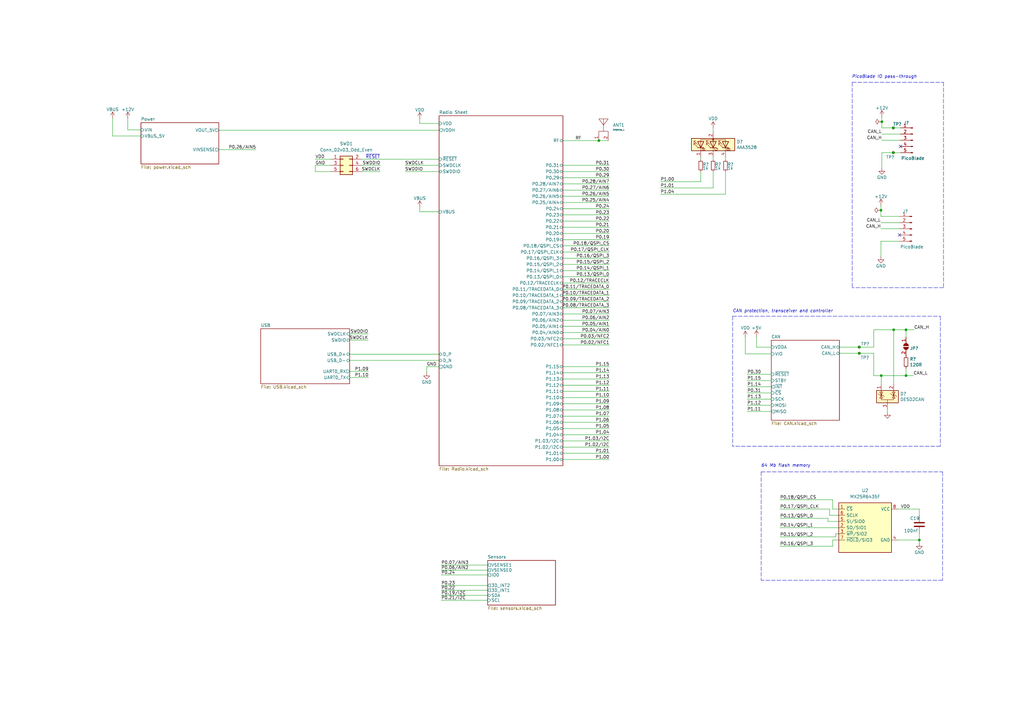
<source format=kicad_sch>
(kicad_sch (version 20211123) (generator eeschema)
  (paper "A3")
  (title_block (title "Spirit Logger") (date "2023-01-23") (rev "0") (company "Specialized Europe GmbH"))
  (lib_symbols
    (symbol "Connector:Conn_01x05_Male" (pin_names (offset 1.016) hide)
      (property "Reference" "J" (at 0 7.62 0))
      (property "Value" "Conn_01x05_Male" (at 0 -7.62 0))
      (symbol "Conn_01x05_Male_1_1"
        (polyline (pts (xy 1.27 -5.08) (xy 0.8636 -5.08)) (stroke (width 0.1524)))
        (polyline (pts (xy 1.27 -2.54) (xy 0.8636 -2.54)) (stroke (width 0.1524)))
        (polyline (pts (xy 1.27 0) (xy 0.8636 0)) (stroke (width 0.1524)))
        (polyline (pts (xy 1.27 2.54) (xy 0.8636 2.54)) (stroke (width 0.1524)))
        (polyline (pts (xy 1.27 5.08) (xy 0.8636 5.08)) (stroke (width 0.1524)))
        (rectangle (start 0.8636 -4.953) (end 0 -5.207) (stroke (width 0.1524)) (fill (type outline)))
        (rectangle (start 0.8636 -2.413) (end 0 -2.667) (stroke (width 0.1524)) (fill (type outline)))
        (rectangle (start 0.8636 0.127) (end 0 -0.127) (stroke (width 0.1524)) (fill (type outline)))
        (rectangle (start 0.8636 2.667) (end 0 2.413) (stroke (width 0.1524)) (fill (type outline)))
        (rectangle (start 0.8636 5.207) (end 0 4.953) (stroke (width 0.1524)) (fill (type outline)))
        (pin passive line (at 5.08 5.08 180) (length 3.81) (name "Pin_1") (number "1"))
        (pin passive line (at 5.08 2.54 180) (length 3.81) (name "Pin_2") (number "2"))
        (pin passive line (at 5.08 0 180) (length 3.81) (name "Pin_3") (number "3"))
        (pin passive line (at 5.08 -2.54 180) (length 3.81) (name "Pin_4") (number "4"))
        (pin passive line (at 5.08 -5.08 180) (length 3.81) (name "Pin_5") (number "5"))
      )
    )
    (symbol "Connector:TestPoint_Small" (pin_numbers hide) (pin_names (offset 0.762) hide)
      (property "Reference" "TP" (at 0 3.81 0))
      (property "Value" "TestPoint_Small" (at 0 2.032 0))
      (symbol "TestPoint_Small_0_1"
        (circle (center 0 0) (radius 0.508))
      )
      (symbol "TestPoint_Small_1_1"
        (pin passive line (at 0 0 90) (length 0) (name "1") (number "1"))
      )
    )
    (symbol "Connector_Generic:Conn_02x03_Odd_Even" (pin_names (offset 1.016) hide)
      (property "Reference" "J" (at 1.27 5.08 0))
      (property "Value" "Conn_02x03_Odd_Even" (at 1.27 -5.08 0))
      (symbol "Conn_02x03_Odd_Even_1_1"
        (rectangle (start -1.27 -2.413) (end 0 -2.667) (stroke (width 0.1524)))
        (rectangle (start -1.27 0.127) (end 0 -0.127) (stroke (width 0.1524)))
        (rectangle (start -1.27 2.667) (end 0 2.413) (stroke (width 0.1524)))
        (rectangle (start -1.27 3.81) (end 3.81 -3.81) (stroke (width 0.254)) (fill (type background)))
        (rectangle (start 3.81 -2.413) (end 2.54 -2.667) (stroke (width 0.1524)))
        (rectangle (start 3.81 0.127) (end 2.54 -0.127) (stroke (width 0.1524)))
        (rectangle (start 3.81 2.667) (end 2.54 2.413) (stroke (width 0.1524)))
        (pin passive line (at -5.08 2.54 0) (length 3.81) (name "Pin_1") (number "1"))
        (pin passive line (at 7.62 2.54 180) (length 3.81) (name "Pin_2") (number "2"))
        (pin passive line (at -5.08 0 0) (length 3.81) (name "Pin_3") (number "3"))
        (pin passive line (at 7.62 0 180) (length 3.81) (name "Pin_4") (number "4"))
        (pin passive line (at -5.08 -2.54 0) (length 3.81) (name "Pin_5") (number "5"))
        (pin passive line (at 7.62 -2.54 180) (length 3.81) (name "Pin_6") (number "6"))
      )
    )
    (symbol "Device:C" (pin_numbers hide) (pin_names (offset 0.254))
      (property "Reference" "C" (at 0.635 2.54 0))
      (property "Value" "C" (at 0.635 -2.54 0))
      (symbol "C_0_1"
        (polyline (pts (xy -2.032 -0.762) (xy 2.032 -0.762)) (stroke (width 0.508)))
        (polyline (pts (xy -2.032 0.762) (xy 2.032 0.762)) (stroke (width 0.508)))
      )
      (symbol "C_1_1"
        (pin passive line (at 0 3.81 270) (length 2.794) (name "~") (number "1"))
        (pin passive line (at 0 -3.81 90) (length 2.794) (name "~") (number "2"))
      )
    )
    (symbol "Device:R_Small" (pin_numbers hide) (pin_names (offset 0.254) hide)
      (property "Reference" "R" (at 0.762 0.508 0))
      (property "Value" "R_Small" (at 0.762 -1.016 0))
      (symbol "R_Small_0_1"
        (rectangle (start -0.762 1.778) (end 0.762 -1.778) (stroke (width 0.2032)))
      )
      (symbol "R_Small_1_1"
        (pin passive line (at 0 2.54 270) (length 0.762) (name "~") (number "1"))
        (pin passive line (at 0 -2.54 90) (length 0.762) (name "~") (number "2"))
      )
    )
    (symbol "Jumper:SolderJumper_2_Open" (pin_names (offset 0) hide)
      (property "Reference" "JP" (at 0 2.032 0))
      (property "Value" "SolderJumper_2_Open" (at 0 -2.54 0))
      (symbol "SolderJumper_2_Open_0_1"
        (arc (start -0.254 1.016) (mid -1.27 0) (end -0.254 -1.016))
        (arc (start -0.254 1.016) (mid -1.27 0) (end -0.254 -1.016) (fill (type outline)))
        (polyline (pts (xy -0.254 1.016) (xy -0.254 -1.016)))
        (polyline (pts (xy 0.254 1.016) (xy 0.254 -1.016)))
        (arc (start 0.254 -1.016) (mid 1.27 0) (end 0.254 1.016))
        (arc (start 0.254 -1.016) (mid 1.27 0) (end 0.254 1.016) (fill (type outline)))
      )
      (symbol "SolderJumper_2_Open_1_1"
        (pin passive line (at -3.81 0 0) (length 2.54) (name "A") (number "1"))
        (pin passive line (at 3.81 0 180) (length 2.54) (name "B") (number "2"))
      )
    )
    (symbol "LED:APFA3010" (pin_names (offset 0) hide)
      (property "Reference" "D" (at 0 10.16 0))
      (property "Value" "APFA3010" (at 0 -10.16 0))
      (symbol "APFA3010_0_0"
        (text "B" (at -1.905 -6.35 0) (effects (font (size 1.27 1.27))))
        (text "G" (at -1.905 -1.27 0) (effects (font (size 1.27 1.27))))
        (text "R" (at -1.905 3.81 0) (effects (font (size 1.27 1.27))))
      )
      (symbol "APFA3010_0_1"
        (rectangle (start -2.54 -8.89) (end 2.54 8.89) (stroke (width 0.254)) (fill (type background)))
        (polyline (pts (xy -2.54 -5.08) (xy 1.27 -5.08)))
        (polyline (pts (xy -1.27 -3.81) (xy -1.27 -6.35)) (stroke (width 0.254)))
        (polyline (pts (xy -1.27 1.27) (xy -1.27 -1.27)) (stroke (width 0.254)))
        (polyline (pts (xy -1.27 6.35) (xy -1.27 3.81)) (stroke (width 0.254)))
        (polyline (pts (xy 1.27 5.08) (xy -2.54 5.08)))
        (polyline (pts (xy 2.54 0) (xy -2.54 0)))
        (polyline (pts (xy 1.27 -5.08) (xy 2.032 -5.08) (xy 2.032 5.08) (xy 1.27 5.08)))
        (polyline (pts (xy 1.27 -3.81) (xy 1.27 -6.35) (xy -1.27 -5.08) (xy 1.27 -3.81)) (stroke (width 0.254)))
        (polyline (pts (xy 1.27 1.27) (xy 1.27 -1.27) (xy -1.27 0) (xy 1.27 1.27)) (stroke (width 0.254)))
        (polyline (pts (xy 1.27 6.35) (xy 1.27 3.81) (xy -1.27 5.08) (xy 1.27 6.35)) (stroke (width 0.254)))
        (polyline (pts (xy -1.016 -3.81) (xy 0.508 -2.286) (xy -0.254 -2.286) (xy 0.508 -2.286) (xy 0.508 -3.048)))
        (polyline (pts (xy -1.016 1.27) (xy 0.508 2.794) (xy -0.254 2.794) (xy 0.508 2.794) (xy 0.508 2.032)))
        (polyline (pts (xy -1.016 6.35) (xy 0.508 7.874) (xy -0.254 7.874) (xy 0.508 7.874) (xy 0.508 7.112)))
        (polyline (pts (xy 0 -3.81) (xy 1.524 -2.286) (xy 0.762 -2.286) (xy 1.524 -2.286) (xy 1.524 -3.048)))
        (polyline (pts (xy 0 1.27) (xy 1.524 2.794) (xy 0.762 2.794) (xy 1.524 2.794) (xy 1.524 2.032)))
        (polyline (pts (xy 0 6.35) (xy 1.524 7.874) (xy 0.762 7.874) (xy 1.524 7.874) (xy 1.524 7.112)))
        (rectangle (start 1.27 6.35) (end 1.27 6.35))
        (circle (center 2.032 0) (radius 0.254) (fill (type outline)))
      )
      (symbol "APFA3010_1_1"
        (pin input line (at -5.08 5.08 0) (length 2.54) (name "R") (number "1"))
        (pin power_in line (at 5.08 0 180) (length 2.54) (name "A") (number "2"))
        (pin input line (at -5.08 0 0) (length 2.54) (name "G") (number "3"))
        (pin input line (at -5.08 -5.08 0) (length 2.54) (name "B") (number "4"))
      )
    )
    (symbol "MCU_Nordic_Custom:Antenna_L"
      (property "Reference" "ANT" (at 4.445 -1.27 0))
      (property "Value" "Antenna_L" (at 0 7.62 0))
      (symbol "Antenna_L_0_1"
        (polyline (pts (xy 1.905 0) (xy 1.905 1.27) (xy -1.905 1.27) (xy -1.905 0) (xy -1.905 1.27) (xy 0 1.27) (xy 0 3.81) (xy -1.905 6.35) (xy 1.905 6.35) (xy 0 3.81) (xy 0 6.35)) (stroke (width 0.1524)))
      )
      (symbol "Antenna_L_1_1"
        (pin input line (at -1.905 -2.54 90) (length 2.54) (name "") (number "1"))
        (pin free line (at 1.905 -2.54 90) (length 2.54) (name "") (number "2"))
      )
    )
    (symbol "MCU_Nordic_Custom:MX25R6435F"
      (property "Reference" "U" (at -8.89 8.89 0))
      (property "Value" "MX25R6435F" (at 0 -11.43 0))
      (symbol "MX25R6435F_1_1"
        (rectangle (start -11.43 7.62) (end 10.16 -12.7) (stroke (width 0.254)) (fill (type background)))
        (pin input line (at -11.43 5.08 0) (length 2.54) (name "~{CS}") (number "1"))
        (pin bidirectional line (at -11.43 -2.54 0) (length 2.54) (name "SO/SIO1") (number "2"))
        (pin bidirectional line (at -11.43 -5.08 0) (length 2.54) (name "~{WP}/SIO2") (number "3"))
        (pin power_in line (at 12.7 -7.62 180) (length 2.54) (name "GND") (number "4"))
        (pin bidirectional line (at -11.43 0 0) (length 2.54) (name "SI/SIO0") (number "5"))
        (pin input line (at -11.43 2.54 0) (length 2.54) (name "SCLK") (number "6"))
        (pin bidirectional line (at -11.43 -7.62 0) (length 2.54) (name "~{HOLD}/SIO3") (number "7"))
        (pin power_in line (at 12.7 5.08 180) (length 2.54) (name "VCC") (number "8"))
      )
    )
    (symbol "Power_Protection:NUP2105L" (pin_names hide)
      (property "Reference" "D" (at 5.715 2.54 0))
      (property "Value" "NUP2105L" (at 5.715 0.635 0))
      (symbol "NUP2105L_0_0"
        (pin passive line (at 0 -5.08 90) (length 2.54) (name "A") (number "3"))
      )
      (symbol "NUP2105L_0_1"
        (rectangle (start -4.445 2.54) (end 4.445 -2.54) (stroke (width 0.254)) (fill (type background)))
        (polyline (pts (xy -2.54 2.54) (xy -2.54 0.635)))
        (polyline (pts (xy 0 -1.27) (xy 0 -2.54)))
        (polyline (pts (xy 2.54 2.54) (xy 2.54 0.635)))
        (polyline (pts (xy -3.81 1.27) (xy -3.175 0.635) (xy -1.905 0.635) (xy -1.27 0)))
        (polyline (pts (xy -2.54 0.635) (xy -2.54 -1.27) (xy 2.54 -1.27) (xy 2.54 0.635)))
        (polyline (pts (xy -2.54 0.635) (xy -1.905 -0.635) (xy -3.175 -0.635) (xy -2.54 0.635)))
        (polyline (pts (xy 2.54 0.635) (xy 1.905 -0.635) (xy 3.175 -0.635) (xy 2.54 0.635)))
        (polyline (pts (xy 2.54 0.635) (xy 3.175 1.905) (xy 1.905 1.905) (xy 2.54 0.635)))
        (polyline (pts (xy -2.54 0.635) (xy -3.175 1.905) (xy -1.905 1.905) (xy -2.54 0.635) (xy -2.54 1.27)))
        (polyline (pts (xy 1.27 1.27) (xy 1.905 0.635) (xy 2.54 0.635) (xy 3.175 0.635) (xy 3.81 0)))
      )
      (symbol "NUP2105L_1_1"
        (pin passive line (at -2.54 5.08 270) (length 2.54) (name "K") (number "1"))
        (pin passive line (at 2.54 5.08 270) (length 2.54) (name "K") (number "2"))
      )
    )
    (symbol "VDD_1" (power) (pin_names (offset 0))
      (property "Value" "VDD_1" (at 0 3.81 0))
      (symbol "VDD_1_0_1"
        (polyline (pts (xy -0.762 1.27) (xy 0 2.54)))
        (polyline (pts (xy 0 0) (xy 0 2.54)))
        (polyline (pts (xy 0 2.54) (xy 0.762 1.27)))
      )
      (symbol "VDD_1_1_1"
        (pin power_in line (at 0 0 90) (length 0) hide (name "VDD") (number "1"))
      )
    )
    (symbol "power:+12V" (power) (pin_names (offset 0))
      (property "Value" "+12V" (at 0 3.556 0))
      (symbol "+12V_0_1"
        (polyline (pts (xy -0.762 1.27) (xy 0 2.54)))
        (polyline (pts (xy 0 0) (xy 0 2.54)))
        (polyline (pts (xy 0 2.54) (xy 0.762 1.27)))
      )
      (symbol "+12V_1_1"
        (pin power_in line (at 0 0 90) (length 0) hide (name "+12V") (number "1"))
      )
    )
    (symbol "power:+5V" (power) (pin_names (offset 0))
      (property "Value" "+5V" (at 0 3.556 0))
      (symbol "+5V_0_1"
        (polyline (pts (xy -0.762 1.27) (xy 0 2.54)))
        (polyline (pts (xy 0 0) (xy 0 2.54)))
        (polyline (pts (xy 0 2.54) (xy 0.762 1.27)))
      )
      (symbol "+5V_1_1"
        (pin power_in line (at 0 0 90) (length 0) hide (name "+5V") (number "1"))
      )
    )
    (symbol "power:GND" (power) (pin_names (offset 0))
      (property "Value" "GND" (at 0 -3.81 0))
      (symbol "GND_0_1"
        (polyline (pts (xy 0 0) (xy 0 -1.27) (xy 1.27 -1.27) (xy 0 -2.54) (xy -1.27 -1.27) (xy 0 -1.27)))
      )
      (symbol "GND_1_1"
        (pin power_in line (at 0 0 270) (length 0) hide (name "GND") (number "1"))
      )
    )
    (symbol "power:PWR_FLAG" (power) (pin_numbers hide) (pin_names (offset 0) hide)
      (property "Value" "PWR_FLAG" (at 0 3.81 0))
      (symbol "PWR_FLAG_0_0"
        (pin power_out line (at 0 0 90) (length 0) (name "pwr") (number "1"))
      )
      (symbol "PWR_FLAG_0_1"
        (polyline (pts (xy 0 0) (xy 0 1.27) (xy -1.016 1.905) (xy 0 2.54) (xy 1.016 1.905) (xy 0 1.27)))
      )
    )
    (symbol "power:VBUS" (power) (pin_names (offset 0))
      (property "Value" "VBUS" (at 0 3.81 0))
      (symbol "VBUS_0_1"
        (polyline (pts (xy -0.762 1.27) (xy 0 2.54)))
        (polyline (pts (xy 0 0) (xy 0 2.54)))
        (polyline (pts (xy 0 2.54) (xy 0.762 1.27)))
      )
      (symbol "VBUS_1_1"
        (pin power_in line (at 0 0 90) (length 0) hide (name "VBUS") (number "1"))
      )
    )
    (symbol "power:VDD" (power) (pin_names (offset 0))
      (property "Value" "VDD" (at 0 3.81 0))
      (symbol "VDD_0_1"
        (polyline (pts (xy -0.762 1.27) (xy 0 2.54)))
        (polyline (pts (xy 0 0) (xy 0 2.54)))
        (polyline (pts (xy 0 2.54) (xy 0.762 1.27)))
      )
      (symbol "VDD_1_1"
        (pin power_in line (at 0 0 90) (length 0) hide (name "VDD") (number "1"))
      )
    )
  )
  (junction (at 366.522 135.255))
  (junction (at 361.696 49.911))
  (junction (at 361.442 154.051))
  (junction (at 352.425 142.367))
  (junction (at 366.395 62.611))
  (junction (at 245.618 57.658))
  (junction (at 361.315 86.233))
  (junction (at 371.602 135.255))
  (junction (at 352.425 144.907))
  (junction (at 371.602 154.051))
  (junction (at 366.395 52.451))
  (junction (at 377.063 221.488))
  (no_connect (at 368.935 96.393))
  (no_connect (at 369.316 60.071))
  (wire (pts (xy 316.357 156.083) (xy 306.451 156.083)))
  (wire (pts (xy 230.886 103.378) (xy 249.936 103.378)))
  (polyline (pts (xy 385.699 183.007) (xy 300.482 183.007)))
  (wire (pts (xy 175.006 150.368) (xy 175.006 152.908)))
  (wire (pts (xy 358.394 144.907) (xy 358.394 154.051)))
  (wire (pts (xy 361.315 86.233) (xy 361.315 88.773)))
  (polyline (pts (xy 312.166 193.548) (xy 312.166 237.998)))
  (wire (pts (xy 310.261 138.049) (xy 310.261 142.367)))
  (wire (pts (xy 166.116 70.358) (xy 180.086 70.358)))
  (wire (pts (xy 143.4084 136.9568) (xy 151.0284 136.9568)))
  (wire (pts (xy 316.357 158.623) (xy 306.451 158.623)))
  (wire (pts (xy 230.886 165.608) (xy 249.936 165.608)))
  (wire (pts (xy 172.1612 84.8868) (xy 172.1612 86.868)))
  (wire (pts (xy 143.4084 147.828) (xy 180.086 147.828)))
  (polyline (pts (xy 386.588 237.998) (xy 312.166 237.998)))
  (wire (pts (xy 199.9996 244.1956) (xy 180.9496 244.1956)))
  (wire (pts (xy 230.886 150.368) (xy 249.936 150.368)))
  (wire (pts (xy 230.886 155.448) (xy 249.936 155.448)))
  (wire (pts (xy 230.886 178.308) (xy 249.936 178.308)))
  (wire (pts (xy 287.401 65.405) (xy 287.401 64.389)))
  (wire (pts (xy 230.886 85.598) (xy 249.936 85.598)))
  (wire (pts (xy 369.316 62.611) (xy 366.395 62.611)))
  (wire (pts (xy 342.773 218.948) (xy 342.773 220.218)))
  (wire (pts (xy 340.233 211.328) (xy 344.043 211.328)))
  (polyline (pts (xy 386.969 33.782) (xy 386.969 117.983)))
  (wire (pts (xy 135.6868 70.358) (xy 129.3368 70.358)))
  (wire (pts (xy 230.886 116.078) (xy 249.936 116.078)))
  (wire (pts (xy 339.598 212.598) (xy 339.598 213.868)))
  (wire (pts (xy 230.886 128.778) (xy 249.936 128.778)))
  (wire (pts (xy 366.395 52.451) (xy 361.696 52.451)))
  (wire (pts (xy 358.394 154.051) (xy 361.442 154.051)))
  (wire (pts (xy 344.043 218.948) (xy 342.773 218.948)))
  (wire (pts (xy 230.886 93.218) (xy 249.936 93.218)))
  (wire (pts (xy 377.063 208.788) (xy 368.173 208.788)))
  (wire (pts (xy 377.063 221.488) (xy 368.173 221.488)))
  (wire (pts (xy 230.886 188.468) (xy 249.936 188.468)))
  (wire (pts (xy 89.7636 53.3908) (xy 180.086 53.3908)))
  (wire (pts (xy 230.886 168.148) (xy 249.936 168.148)))
  (wire (pts (xy 148.3868 70.358) (xy 156.0068 70.358)))
  (wire (pts (xy 230.886 88.138) (xy 249.936 88.138)))
  (wire (pts (xy 180.9496 231.7496) (xy 199.9996 231.7496)))
  (wire (pts (xy 316.357 161.163) (xy 306.451 161.163)))
  (polyline (pts (xy 300.482 129.667) (xy 385.699 129.667)))
  (wire (pts (xy 319.913 204.978) (xy 341.503 204.978)))
  (wire (pts (xy 270.891 79.629) (xy 297.561 79.629)))
  (wire (pts (xy 199.9996 235.8136) (xy 180.9496 235.8136)))
  (wire (pts (xy 230.886 105.918) (xy 249.936 105.918)))
  (wire (pts (xy 230.886 121.158) (xy 249.936 121.158)))
  (wire (pts (xy 172.1612 86.868) (xy 180.086 86.868)))
  (wire (pts (xy 230.886 141.478) (xy 249.936 141.478)))
  (wire (pts (xy 245.618 57.658) (xy 249.428 57.658)))
  (wire (pts (xy 230.886 110.998) (xy 249.936 110.998)))
  (wire (pts (xy 175.006 150.368) (xy 180.086 150.368)))
  (wire (pts (xy 148.3868 65.278) (xy 180.086 65.278)))
  (wire (pts (xy 199.9996 246.1768) (xy 180.9496 246.1768)))
  (wire (pts (xy 361.315 98.933) (xy 368.935 98.933)))
  (wire (pts (xy 344.297 142.367) (xy 352.425 142.367)))
  (wire (pts (xy 143.4084 139.4968) (xy 151.0284 139.4968)))
  (polyline (pts (xy 349.504 33.782) (xy 349.504 117.983)))
  (wire (pts (xy 230.886 95.758) (xy 249.936 95.758)))
  (wire (pts (xy 339.598 213.868) (xy 344.043 213.868)))
  (wire (pts (xy 319.913 208.788) (xy 340.233 208.788)))
  (wire (pts (xy 52.4256 53.2892) (xy 57.8104 53.2892)))
  (polyline (pts (xy 385.699 129.667) (xy 385.699 183.007)))
  (wire (pts (xy 230.886 138.938) (xy 249.936 138.938)))
  (wire (pts (xy 230.886 108.458) (xy 249.936 108.458)))
  (wire (pts (xy 230.886 173.228) (xy 249.936 173.228)))
  (wire (pts (xy 129.3368 67.818) (xy 135.6868 67.818)))
  (wire (pts (xy 369.316 52.451) (xy 366.395 52.451)))
  (polyline (pts (xy 349.504 33.782) (xy 386.969 33.782)))
  (wire (pts (xy 292.481 65.405) (xy 292.481 64.389)))
  (wire (pts (xy 230.886 185.928) (xy 249.936 185.928)))
  (wire (pts (xy 230.886 57.658) (xy 245.618 57.658)))
  (wire (pts (xy 230.886 131.318) (xy 249.936 131.318)))
  (wire (pts (xy 230.886 70.358) (xy 249.936 70.358)))
  (wire (pts (xy 358.394 142.367) (xy 358.394 135.255)))
  (wire (pts (xy 366.522 135.255) (xy 371.602 135.255)))
  (wire (pts (xy 352.425 144.907) (xy 358.394 144.907)))
  (wire (pts (xy 230.886 67.818) (xy 249.936 67.818)))
  (wire (pts (xy 297.561 65.405) (xy 297.561 64.389)))
  (wire (pts (xy 358.394 135.255) (xy 366.522 135.255)))
  (wire (pts (xy 143.4084 152.3492) (xy 151.1808 152.3492)))
  (wire (pts (xy 341.503 204.978) (xy 341.503 208.788)))
  (wire (pts (xy 316.357 166.243) (xy 306.451 166.243)))
  (wire (pts (xy 230.886 123.698) (xy 249.936 123.698)))
  (polyline (pts (xy 312.166 193.548) (xy 386.588 193.548)))
  (wire (pts (xy 230.886 163.068) (xy 249.936 163.068)))
  (wire (pts (xy 230.886 80.518) (xy 249.936 80.518)))
  (wire (pts (xy 172.1612 48.6664) (xy 172.1612 50.6476)))
  (wire (pts (xy 230.886 118.618) (xy 249.936 118.618)))
  (wire (pts (xy 230.886 170.688) (xy 249.936 170.688)))
  (wire (pts (xy 369.316 57.531) (xy 361.696 57.531)))
  (wire (pts (xy 230.886 160.528) (xy 249.936 160.528)))
  (wire (pts (xy 368.935 91.313) (xy 361.315 91.313)))
  (wire (pts (xy 361.696 49.911) (xy 361.696 52.451)))
  (wire (pts (xy 371.602 151.003) (xy 371.602 154.051)))
  (wire (pts (xy 172.1612 50.6476) (xy 180.086 50.6476)))
  (wire (pts (xy 46.1772 55.7784) (xy 46.1772 48.4632)))
  (wire (pts (xy 361.315 98.933) (xy 361.315 105.283)))
  (wire (pts (xy 287.401 74.549) (xy 287.401 70.485)))
  (wire (pts (xy 371.602 135.255) (xy 374.904 135.255)))
  (wire (pts (xy 292.481 52.451) (xy 292.481 54.229)))
  (wire (pts (xy 319.913 224.028) (xy 341.503 224.028)))
  (wire (pts (xy 230.886 183.388) (xy 249.936 183.388)))
  (wire (pts (xy 366.522 157.607) (xy 366.522 135.255)))
  (wire (pts (xy 230.886 90.678) (xy 249.936 90.678)))
  (wire (pts (xy 377.063 221.488) (xy 377.063 222.758)))
  (wire (pts (xy 361.696 47.879) (xy 361.696 49.911)))
  (polyline (pts (xy 386.969 117.983) (xy 349.504 117.983)))
  (wire (pts (xy 377.063 211.328) (xy 377.063 208.788)))
  (wire (pts (xy 377.063 218.948) (xy 377.063 221.488)))
  (wire (pts (xy 319.913 216.408) (xy 344.043 216.408)))
  (wire (pts (xy 230.886 100.838) (xy 249.936 100.838)))
  (wire (pts (xy 368.935 93.853) (xy 361.315 93.853)))
  (wire (pts (xy 199.9996 233.8324) (xy 180.9496 233.8324)))
  (wire (pts (xy 352.425 142.367) (xy 358.394 142.367)))
  (wire (pts (xy 230.886 180.848) (xy 249.936 180.848)))
  (wire (pts (xy 361.315 84.201) (xy 361.315 86.233)))
  (wire (pts (xy 371.602 138.303) (xy 371.602 135.255)))
  (wire (pts (xy 166.116 67.818) (xy 180.086 67.818)))
  (wire (pts (xy 129.3368 67.818) (xy 129.3368 70.358)))
  (wire (pts (xy 363.982 169.037) (xy 363.982 167.767)))
  (wire (pts (xy 310.261 142.367) (xy 316.357 142.367)))
  (wire (pts (xy 270.891 77.089) (xy 292.481 77.089)))
  (wire (pts (xy 230.886 152.908) (xy 249.936 152.908)))
  (wire (pts (xy 361.442 157.607) (xy 361.442 154.051)))
  (wire (pts (xy 361.442 154.051) (xy 371.602 154.051)))
  (wire (pts (xy 292.481 77.089) (xy 292.481 70.485)))
  (wire (pts (xy 371.602 154.051) (xy 374.65 154.051)))
  (wire (pts (xy 57.8104 55.7784) (xy 46.1772 55.7784)))
  (wire (pts (xy 230.886 75.438) (xy 249.936 75.438)))
  (wire (pts (xy 316.357 153.543) (xy 306.451 153.543)))
  (wire (pts (xy 89.7636 61.3664) (xy 105.0036 61.3664)))
  (wire (pts (xy 230.886 157.988) (xy 249.936 157.988)))
  (wire (pts (xy 230.886 133.858) (xy 249.936 133.858)))
  (wire (pts (xy 344.043 221.488) (xy 341.503 221.488)))
  (wire (pts (xy 230.886 126.238) (xy 249.936 126.238)))
  (wire (pts (xy 199.9996 240.1316) (xy 180.9496 240.1316)))
  (polyline (pts (xy 386.588 193.548) (xy 386.588 237.998)))
  (wire (pts (xy 199.9996 242.1128) (xy 180.9496 242.1128)))
  (wire (pts (xy 341.503 221.488) (xy 341.503 224.028)))
  (wire (pts (xy 340.233 208.788) (xy 340.233 211.328)))
  (wire (pts (xy 148.3868 67.818) (xy 156.0068 67.818)))
  (wire (pts (xy 52.4256 48.514) (xy 52.4256 53.2892)))
  (wire (pts (xy 344.297 144.907) (xy 352.425 144.907)))
  (wire (pts (xy 316.357 163.703) (xy 306.451 163.703)))
  (wire (pts (xy 143.4084 154.8384) (xy 151.1808 154.8384)))
  (wire (pts (xy 341.503 208.788) (xy 344.043 208.788)))
  (wire (pts (xy 361.696 62.611) (xy 361.696 68.961)))
  (wire (pts (xy 230.886 175.768) (xy 249.936 175.768)))
  (wire (pts (xy 305.689 138.303) (xy 305.689 145.161)))
  (polyline (pts (xy 300.482 129.667) (xy 300.482 183.007)))
  (wire (pts (xy 230.886 77.978) (xy 249.936 77.978)))
  (wire (pts (xy 305.689 145.161) (xy 316.357 145.161)))
  (wire (pts (xy 316.357 168.783) (xy 306.451 168.783)))
  (wire (pts (xy 270.891 74.549) (xy 287.401 74.549)))
  (wire (pts (xy 230.886 136.398) (xy 249.936 136.398)))
  (wire (pts (xy 369.316 54.991) (xy 361.696 54.991)))
  (wire (pts (xy 319.913 220.218) (xy 342.773 220.218)))
  (wire (pts (xy 319.913 212.598) (xy 339.598 212.598)))
  (wire (pts (xy 366.395 62.611) (xy 361.696 62.611)))
  (wire (pts (xy 361.315 88.773) (xy 368.935 88.773)))
  (wire (pts (xy 143.4084 145.288) (xy 180.086 145.288)))
  (wire (pts (xy 129.3368 65.278) (xy 135.6868 65.278)))
  (wire (pts (xy 297.561 70.485) (xy 297.561 79.629)))
  (wire (pts (xy 230.886 98.298) (xy 249.936 98.298)))
  (wire (pts (xy 230.886 113.538) (xy 249.936 113.538)))
  (wire (pts (xy 230.886 72.898) (xy 249.936 72.898)))
  (wire (pts (xy 230.886 83.058) (xy 249.936 83.058)))
  (text "CAN protection, transceiver and controller" (at 300.482 128.397 0) (effects (font (size 1.27 1.27) italic) (justify left bottom)))
  (text "PicoBlade IO pass-through" (at 349.377 32.258 0) (effects (font (size 1.27 1.27) italic) (justify left bottom)))
  (text "64 Mb flash memory" (at 312.166 191.77 0) (effects (font (size 1.27 1.27) italic) (justify left bottom)))
  (text "~{RESET}" (at 149.9616 65.2272 0) (effects (font (size 1.27 1.27)) (justify left bottom)))
  (label "RF" (at 235.966 57.658 0))
  (label "P1.06" (at 249.936 173.228 180))
  (label "P1.13" (at 306.451 163.703 0))
  (label "P0.22" (at 249.936 90.678 180))
  (label "P1.00" (at 270.891 74.549 0))
  (label "P0.14{slash}QSPI_1" (at 249.936 110.998 180))
  (label "P1.03{slash}I2C" (at 249.936 180.848 180))
  (label "P0.31" (at 306.451 161.163 0))
  (label "P1.05" (at 249.936 175.768 180))
  (label "P0.11{slash}TRACEDATA_0" (at 249.936 118.618 180))
  (label "VDD" (at 129.3368 65.278 0))
  (label "P0.25{slash}AIN4" (at 249.936 83.058 180))
  (label "P1.14" (at 306.451 158.623 0))
  (label "P1.01" (at 249.936 185.928 180))
  (label "P0.09{slash}TRACEDATA_2" (at 249.936 123.698 180))
  (label "P1.07" (at 249.936 170.688 180))
  (label "P0.19" (at 249.936 98.298 180))
  (label "P0.26{slash}AIN5" (at 249.936 80.518 180))
  (label "P0.18{slash}QSPI_CS" (at 249.936 100.838 180))
  (label "P1.12" (at 249.936 157.988 180))
  (label "P0.23" (at 249.936 88.138 180))
  (label "P0.20" (at 249.936 95.758 180))
  (label "P0.15{slash}QSPI_2" (at 249.936 108.458 180))
  (label "P0.30" (at 306.451 153.543 0))
  (label "P0.17{slash}QSPI_CLK" (at 319.913 208.788 0))
  (label "SWDCLK" (at 156.0068 70.358 180))
  (label "P1.11" (at 306.451 168.783 0))
  (label "P1.10" (at 151.1808 154.8384 180))
  (label "P0.19{slash}I2C" (at 180.9496 244.1956 0))
  (label "P0.16{slash}QSPI_3" (at 319.913 224.028 0))
  (label "P1.10" (at 249.936 163.068 180))
  (label "P0.29" (at 249.936 72.898 180))
  (label "P0.22" (at 180.9496 242.1128 0))
  (label "P0.03{slash}NFC2" (at 249.936 138.938 180))
  (label "P0.24" (at 249.936 85.598 180))
  (label "P1.12" (at 306.451 166.243 0))
  (label "P1.14" (at 249.936 152.908 180))
  (label "P0.26{slash}AIN5" (at 105.0036 61.3664 180))
  (label "P0.30" (at 249.936 70.358 180))
  (label "P0.14{slash}QSPI_1" (at 319.913 216.408 0))
  (label "P0.04{slash}AIN0" (at 249.936 136.398 180))
  (label "P0.17{slash}QSPI_CLK" (at 249.936 103.378 180))
  (label "P0.06{slash}AIN2" (at 249.936 131.318 180))
  (label "P1.11" (at 249.936 160.528 180))
  (label "P1.04" (at 270.891 79.629 0))
  (label "P1.00" (at 249.936 188.468 180))
  (label "P0.21" (at 249.936 93.218 180))
  (label "CAN_L" (at 361.315 91.313 180))
  (label "P0.24" (at 180.9496 235.8136 0))
  (label "SWDCLK" (at 151.0284 139.4968 180))
  (label "P0.08{slash}TRACEDATA_3" (at 249.936 126.238 180))
  (label "GND" (at 129.3368 67.818 0))
  (label "SWDCLK" (at 166.116 67.818 0))
  (label "P1.01" (at 270.891 77.089 0))
  (label "P1.09" (at 249.936 165.608 180))
  (label "SWDDIO" (at 156.0068 67.818 180))
  (label "P0.05{slash}AIN1" (at 249.936 133.858 180))
  (label "P1.08" (at 249.936 168.148 180))
  (label "P0.23" (at 180.9496 240.1316 0))
  (label "P0.02{slash}NFC1" (at 249.936 141.478 180))
  (label "P0.13{slash}QSPI_0" (at 319.913 212.598 0))
  (label "P0.15{slash}QSPI_2" (at 319.913 220.218 0))
  (label "P0.13{slash}QSPI_0" (at 249.936 113.538 180))
  (label "P0.06{slash}AIN2" (at 180.9496 233.8324 0))
  (label "P0.28{slash}AIN7" (at 249.936 75.438 180))
  (label "P1.02{slash}I2C" (at 249.936 183.388 180))
  (label "VDD" (at 373.253 208.788 180))
  (label "P0.07{slash}AIN3" (at 249.936 128.778 180))
  (label "P1.04" (at 249.936 178.308 180))
  (label "SWDDIO" (at 166.116 70.358 0))
  (label "CAN_L" (at 374.65 154.051 0))
  (label "P0.18{slash}QSPI_CS" (at 319.913 204.978 0))
  (label "CAN_H" (at 361.696 57.531 180))
  (label "CAN_L" (at 361.696 54.991 180))
  (label "P0.16{slash}QSPI_3" (at 249.936 105.918 180))
  (label "P1.13" (at 249.936 155.448 180))
  (label "P0.10{slash}TRACEDATA_1" (at 249.936 121.158 180))
  (label "P1.09" (at 151.1808 152.3492 180))
  (label "CAN_H" (at 374.904 135.255 0))
  (label "CAN_H" (at 361.315 93.853 180))
  (label "P0.12{slash}TRACECLK" (at 249.936 116.078 180))
  (label "P0.07{slash}AIN3" (at 180.9496 231.7496 0))
  (label "P0.31" (at 249.936 67.818 180))
  (label "P0.27{slash}AIN6" (at 249.936 77.978 180))
  (label "P1.15" (at 306.451 156.083 0))
  (label "GND" (at 175.006 150.368 0))
  (label "P0.21{slash}I2C" (at 180.9496 246.1768 0))
  (label "SWDDIO" (at 151.0284 136.9568 180))
  (label "P1.15" (at 249.936 150.368 180))
  (symbol (lib_id "power:+12V") (at 361.315 84.201 0) (unit 1)
    (property "Reference" "#PWR?" (effects hide))
    (property "Value" "+12V" (at 361.315 80.6252 0))
  )
  (symbol (lib_id "Connector:Conn_01x05_Male") (at 374.015 93.853 0) (mirror y) (unit 1)
    (property "Reference" "J?" (at 371.2718 86.7156 0))
    (property "Value" "PicoBlade" (at 374.015 101.219 0))
    (property "Footprint" "KiCad/Connector_Molex.pretty:Molex_PicoBlade_53261-0571_1x05-1MP_P1.25mm_Horizontal" (effects hide))
    (property "MFN" "Molex" (effects hide))
    (property "MPN" "53261-0571" (effects hide))
    (property "Vendor" "Digikey" (effects hide))
    (property "SKU" "WM7623CT-ND" (effects hide))
  )
  (symbol (lib_id "Connector:TestPoint_Small") (at 366.395 62.611 180) (unit 1)
    (property "Reference" "TP?" (at 366.8776 64.4652 0) (effects (justify left)))
    (property "Value" "TestPoint" (effects hide))
    (property "Footprint" "tunaf1sh/misc.pretty:TestPoint_Pad_D1.0mm_Tight" (effects hide))
    (property "Config" "nofit" (effects hide))
  )
  (symbol (lib_id "Device:R_Small") (at 287.401 67.945 0) (unit 1)
    (property "Reference" "R?" (at 288.163 67.437 0) (effects (justify left)))
    (property "Value" "1k" (at 288.163 68.961 0) (effects (justify left)))
    (property "Footprint" "KiCad/Resistor_SMD.pretty:R_0402_1005Metric" (effects hide))
    (property "Characteristics" "5%" (effects hide))
  )
  (symbol (lib_id "Connector:Conn_01x05_Male") (at 374.396 57.531 0) (mirror y) (unit 1)
    (property "Reference" "J?" (at 371.6528 50.3936 0))
    (property "Value" "PicoBlade" (at 374.396 64.897 0))
    (property "Footprint" "KiCad/Connector_Molex.pretty:Molex_PicoBlade_53261-0571_1x05-1MP_P1.25mm_Horizontal" (effects hide))
    (property "MFN" "Molex" (effects hide))
    (property "MPN" "53261-0571" (effects hide))
    (property "Vendor" "Digikey" (effects hide))
    (property "SKU" "WM7623CT-ND" (effects hide))
  )
  (symbol (lib_id "power:PWR_FLAG") (at 361.315 86.233 90) (unit 1)
    (property "Reference" "#FLG?" (effects hide))
    (property "Value" "PWR_FLAG" (effects hide))
  )
  (symbol (lib_id "power:+5V") (at 310.261 138.049 0) (unit 1)
    (property "Reference" "#PWR?" (effects hide))
    (property "Value" "+5V" (at 310.261 134.4732 0))
  )
  (symbol (lib_id "Device:C") (at 377.063 215.138 0) (unit 1)
    (property "Reference" "C19" (at 373.253 212.598 0) (effects (justify left)))
    (property "Value" "100nF" (at 370.713 217.678 0) (effects (justify left)))
    (property "Footprint" "MCU_Nordic_Accessory:C_0201" (effects hide))
  )
  (symbol (lib_name "VDD_1") (lib_id "power:VDD") (at 172.1612 48.6664 0) (unit 1)
    (property "Reference" "#PWR?" (effects hide))
    (property "Value" "VDD" (at 172.1612 45.0906 0))
  )
  (symbol (lib_id "power:GND") (at 175.006 152.908 0) (unit 1)
    (property "Reference" "#PWR0107" (effects hide))
    (property "Value" "GND" (at 175.006 156.718 0))
  )
  (symbol (lib_id "Connector:TestPoint_Small") (at 352.425 142.367 0) (unit 1)
    (property "Reference" "TP?" (at 353.06 141.097 0) (effects (justify left)))
    (property "Value" "TestPoint" (effects hide))
    (property "Footprint" "tunaf1sh/misc.pretty:TestPoint_Pad_D1.0mm_Tight" (effects hide))
    (property "Config" "nofit" (effects hide))
  )
  (symbol (lib_id "power:GND") (at 377.063 222.758 0) (unit 1)
    (property "Reference" "#PWR0113" (effects hide))
    (property "Value" "GND" (at 377.063 226.568 0))
  )
  (symbol (lib_id "Jumper:SolderJumper_2_Open") (at 371.602 142.113 90) (mirror x) (unit 1)
    (property "Reference" "JP?" (at 374.904 142.875 90))
    (property "Value" "TERM" (effects hide))
    (property "Footprint" "KiCad/Jumper.pretty:SolderJumper-2_P1.3mm_Open_RoundedPad1.0x1.5mm" (effects hide))
    (property "Config" "nofit" (effects hide))
  )
  (symbol (lib_id "power:+12V") (at 361.696 47.879 0) (unit 1)
    (property "Reference" "#PWR?" (effects hide))
    (property "Value" "+12V" (at 361.696 44.3032 0))
  )
  (symbol (lib_id "power:GND") (at 363.982 169.037 0) (unit 1)
    (property "Reference" "#PWR?" (effects hide))
    (property "Value" "GND" (effects hide))
  )
  (symbol (lib_id "power:+12V") (at 52.4256 48.514 0) (unit 1)
    (property "Reference" "#PWR?" (effects hide))
    (property "Value" "+12V" (at 52.4256 44.9382 0))
  )
  (symbol (lib_id "MCU_Nordic_Custom:MX25R6435F") (at 355.473 213.868 0) (unit 1)
    (property "Reference" "U2" (at 354.838 201.168 0))
    (property "Value" "MX25R6435F" (at 354.838 203.708 0))
    (property "Footprint" "KiCad/Package_SON.pretty:WSON-8-1EP_6x5mm_P1.27mm_EP3.4x4mm" (effects hide))
    (property "Datasheet" "https://www.macronix.com/Lists/Datasheet/Attachments/8868/MX25R6435F,%20Wide%20Range,%2064Mb,%20v1.6.pdf" (effects hide))
    (property "MFN" "Macronix" (effects hide))
    (property "MPN" "MX25R6435FZNIL0" (effects hide))
    (property "Config" "dnf" (effects hide))
    (property "Vendor" "Digikey" (effects hide))
    (property "SKU" "1092-1201-ND" (effects hide))
  )
  (symbol (lib_id "power:GND") (at 361.696 68.961 0) (mirror y) (unit 1)
    (property "Reference" "#PWR?" (effects hide))
    (property "Value" "GND" (at 361.696 72.771 0))
  )
  (symbol (lib_id "Connector_Generic:Conn_02x03_Odd_Even") (at 140.7668 67.818 0) (unit 1)
    (property "Reference" "SWD1" (at 142.0368 58.928 0))
    (property "Value" "Conn_02x03_Odd_Even" (at 142.0368 61.468 0))
    (property "Footprint" "MCU_Nordic_Accessory:TC2030-IDC-NL" (effects hide))
  )
  (symbol (lib_id "power:VBUS") (at 172.1612 84.8868 0) (unit 1)
    (property "Reference" "#PWR?" (effects hide))
    (property "Value" "VBUS" (at 172.1612 81.311 0))
  )
  (symbol (lib_id "Device:R_Small") (at 297.561 67.945 0) (unit 1)
    (property "Reference" "R?" (at 298.323 67.437 0) (effects (justify left)))
    (property "Value" "1k" (at 298.323 68.961 0) (effects (justify left)))
    (property "Footprint" "KiCad/Resistor_SMD.pretty:R_0402_1005Metric" (effects hide))
    (property "Characteristics" "5%" (effects hide))
  )
  (symbol (lib_id "power:VDD") (at 292.481 52.451 0) (unit 1)
    (property "Reference" "#PWR?" (effects hide))
    (property "Value" "VDD" (at 292.481 48.641 0))
  )
  (symbol (lib_id "MCU_Nordic_Custom:Antenna_L") (at 247.523 55.118 0) (unit 1)
    (property "Reference" "ANT1" (at 251.333 51.3079 0) (effects (justify left)))
    (property "Value" "Antenna_L" (at 251.333 53.213 0) (effects (font (size 0.635 0.635)) (justify left)))
    (property "Footprint" "MCU_Nordic_Accessory:ANTENNA_L_2_4GHZ" (effects hide))
  )
  (symbol (lib_id "Device:R_Small") (at 371.602 148.463 0) (unit 1)
    (property "Reference" "R?" (at 373.1006 147.2946 0) (effects (justify left)))
    (property "Value" "120R" (at 373.1006 149.606 0) (effects (justify left)))
    (property "Footprint" "KiCad/Resistor_SMD.pretty:R_0603_1608Metric_Pad1.05x0.95mm_HandSolder" (effects hide))
    (property "Notes" "CAN Termination resistor" (effects hide))
    (property "Characteristics" "1%" (effects hide))
  )
  (symbol (lib_id "Connector:TestPoint_Small") (at 352.425 144.907 180) (unit 1)
    (property "Reference" "TP?" (at 356.489 146.685 0) (effects (justify left)))
    (property "Value" "TestPoint" (effects hide))
    (property "Footprint" "tunaf1sh/misc.pretty:TestPoint_Pad_D1.0mm_Tight" (effects hide))
    (property "Config" "nofit" (effects hide))
  )
  (symbol (lib_id "Device:R_Small") (at 292.481 67.945 0) (unit 1)
    (property "Reference" "R?" (at 293.243 67.437 0) (effects (justify left)))
    (property "Value" "1k" (at 293.243 68.961 0) (effects (justify left)))
    (property "Footprint" "KiCad/Resistor_SMD.pretty:R_0402_1005Metric" (effects hide))
    (property "Characteristics" "5%" (effects hide))
  )
  (symbol (lib_id "LED:APFA3010") (at 292.481 59.309 90) (unit 1)
    (property "Reference" "D?" (at 302.133 58.1406 90) (effects (justify right)))
    (property "Value" "AAA3528" (at 302.133 60.452 90) (effects (justify right)))
    (property "Footprint" "KiCad/LED_SMD.pretty:LED_Kingbright_AAA3528ESGCT" (effects hide))
    (property "Datasheet" "https://www.kingbrightusa.com/images/catalog/SPEC/AAA3528LSEEZGKQBKS.pdf" (effects hide))
    (property "MFN" "Kingbright" (effects hide))
    (property "MPN" "AAA3528LSEEZGKQBKS" (effects hide))
    (property "Description" "Red, Green, Blue (RGB) 621nm Red, 525nm Green, 465nm Blue LED Indication - Discrete 1.8V Red, 2.7V Green, 2.7V Blue 4-PLCC" (effects hide))
    (property "Vendor" "Digikey" (effects hide))
    (property "SKU" "754-1967-1-ND" (effects hide))
  )
  (symbol (lib_id "power:VDD") (at 305.689 138.303 0) (unit 1)
    (property "Reference" "#PWR?" (effects hide))
    (property "Value" "VDD" (at 305.689 134.493 0))
  )
  (symbol (lib_id "Power_Protection:NUP2105L") (at 363.982 162.687 0) (unit 1)
    (property "Reference" "D?" (at 369.189 161.5186 0) (effects (justify left)))
    (property "Value" "DESD2CAN" (at 369.189 163.83 0) (effects (justify left)))
    (property "Footprint" "KiCad/Package_TO_SOT_SMD.pretty:SOT-23" (effects hide))
    (property "Datasheet" "https://www.diodes.com/assets/Datasheets/DESD2CAN2SOQ.pdf" (effects hide))
    (property "MFN" "DESD2CAN2SOQ-7" (effects hide))
    (property "MPN" "Diodes Incorporated" (effects hide))
    (property "Description" "TVS DIODE 24VWM 41VC SOT23" (effects hide))
    (property "Vendor" "Digikey" (effects hide))
    (property "SKU" "DESD2CAN2SOQ-7DICT-ND" (effects hide))
  )
  (symbol (lib_id "power:VBUS") (at 46.1772 48.4632 0) (unit 1)
    (property "Reference" "#PWR?" (effects hide))
    (property "Value" "VBUS" (at 46.1772 44.8874 0))
  )
  (symbol (lib_id "power:GND") (at 361.315 105.283 0) (mirror y) (unit 1)
    (property "Reference" "#PWR?" (effects hide))
    (property "Value" "GND" (at 361.315 109.093 0))
  )
  (symbol (lib_id "power:PWR_FLAG") (at 361.696 49.911 90) (unit 1)
    (property "Reference" "#FLG?" (effects hide))
    (property "Value" "PWR_FLAG" (effects hide))
  )
  (symbol (lib_id "Connector:TestPoint_Small") (at 366.395 52.451 0) (unit 1)
    (property "Reference" "TP?" (at 366.268 50.927 0) (effects (justify left)))
    (property "Value" "TestPoint" (effects hide))
    (property "Footprint" "tunaf1sh/misc.pretty:TestPoint_Pad_D1.0mm_Tight" (effects hide))
    (property "Config" "nofit" (effects hide))
  )
  (sheet (at 180.086 47.498) (size 50.8 143.51) (stroke (width 0.1524))
    (property "Sheet name" "Radio Sheet" (at 180.086 46.7864 0) (effects (justify left bottom)))
    (property "Sheet file" "Radio.kicad_sch" (at 180.086 191.5926 0) (effects (justify left top)))
    (pin "~{RESET}" input (at 180.086 65.278 180))
    (pin "D_N" bidirectional (at 180.086 147.828 180))
    (pin "SWDDIO" bidirectional (at 180.086 70.358 180))
    (pin "SWDCLK" input (at 180.086 67.818 180))
    (pin "D_P" bidirectional (at 180.086 145.288 180))
    (pin "P0.06{slash}AIN2" bidirectional (at 230.886 131.318 0))
    (pin "P0.02{slash}NFC1" bidirectional (at 230.886 141.478 0))
    (pin "P0.03{slash}NFC2" bidirectional (at 230.886 138.938 0))
    (pin "P0.04{slash}AIN0" bidirectional (at 230.886 136.398 0))
    (pin "P0.05{slash}AIN1" bidirectional (at 230.886 133.858 0))
    (pin "P0.09{slash}TRACEDATA_2" bidirectional (at 230.886 123.698 0))
    (pin "P0.08{slash}TRACEDATA_3" bidirectional (at 230.886 126.238 0))
    (pin "P0.07{slash}AIN3" bidirectional (at 230.886 128.778 0))
    (pin "P0.11{slash}TRACEDATA_0" bidirectional (at 230.886 118.618 0))
    (pin "P0.10{slash}TRACEDATA_1" bidirectional (at 230.886 121.158 0))
    (pin "P0.19" bidirectional (at 230.886 98.298 0))
    (pin "RF" bidirectional (at 230.886 57.658 0))
    (pin "P0.13{slash}QSPI_0" bidirectional (at 230.886 113.538 0))
    (pin "P0.12{slash}TRACECLK" bidirectional (at 230.886 116.078 0))
    (pin "P0.14{slash}QSPI_1" bidirectional (at 230.886 110.998 0))
    (pin "P0.15{slash}QSPI_2" bidirectional (at 230.886 108.458 0))
    (pin "P0.16{slash}QSPI_3" bidirectional (at 230.886 105.918 0))
    (pin "P0.20" bidirectional (at 230.886 95.758 0))
    (pin "P0.21" bidirectional (at 230.886 93.218 0))
    (pin "P0.17{slash}QSPI_CLK" bidirectional (at 230.886 103.378 0))
    (pin "P0.18{slash}QSPI_CS" bidirectional (at 230.886 100.838 0))
    (pin "P0.25{slash}AIN4" bidirectional (at 230.886 83.058 0))
    (pin "P0.27{slash}AIN6" bidirectional (at 230.886 77.978 0))
    (pin "P0.28{slash}AIN7" bidirectional (at 230.886 75.438 0))
    (pin "P0.26{slash}AIN5" bidirectional (at 230.886 80.518 0))
    (pin "P0.24" bidirectional (at 230.886 85.598 0))
    (pin "P0.23" bidirectional (at 230.886 88.138 0))
    (pin "P0.30" bidirectional (at 230.886 70.358 0))
    (pin "P0.31" bidirectional (at 230.886 67.818 0))
    (pin "P0.29" bidirectional (at 230.886 72.898 0))
    (pin "P0.22" bidirectional (at 230.886 90.678 0))
    (pin "P1.00" bidirectional (at 230.886 188.468 0))
    (pin "P1.07" bidirectional (at 230.886 170.688 0))
    (pin "P1.06" bidirectional (at 230.886 173.228 0))
    (pin "P1.04" bidirectional (at 230.886 178.308 0))
    (pin "P1.03{slash}I2C" bidirectional (at 230.886 180.848 0))
    (pin "P1.05" bidirectional (at 230.886 175.768 0))
    (pin "P1.02{slash}I2C" bidirectional (at 230.886 183.388 0))
    (pin "P1.01" bidirectional (at 230.886 185.928 0))
    (pin "P1.10" bidirectional (at 230.886 163.068 0))
    (pin "P1.15" bidirectional (at 230.886 150.368 0))
    (pin "P1.13" bidirectional (at 230.886 155.448 0))
    (pin "P1.08" bidirectional (at 230.886 168.148 0))
    (pin "P1.09" bidirectional (at 230.886 165.608 0))
    (pin "P1.11" bidirectional (at 230.886 160.528 0))
    (pin "P1.12" bidirectional (at 230.886 157.988 0))
    (pin "VDD" input (at 180.086 50.6476 180))
    (pin "VBUS" input (at 180.086 86.868 180))
    (pin "GND" passive (at 180.086 150.368 180))
    (pin "P1.14" bidirectional (at 230.886 152.908 0))
    (pin "VDDH" output (at 180.086 53.3908 180))
  )
  (sheet (at 316.357 139.573) (size 27.94 32.766) (stroke (width 0.1524))
    (property "Sheet name" "CAN" (at 316.357 138.8614 0) (effects (justify left bottom)))
    (property "Sheet file" "CAN.kicad_sch" (at 316.357 172.9236 0) (effects (justify left top)))
    (pin "VDDA" input (at 316.357 142.367 180))
    (pin "STBY" input (at 316.357 156.083 180))
    (pin "VIO" input (at 316.357 145.161 180))
    (pin "CAN_H" bidirectional (at 344.297 142.367 0))
    (pin "CAN_L" bidirectional (at 344.297 144.907 0))
    (pin "~{CS}" input (at 316.357 161.163 180))
    (pin "MOSI" input (at 316.357 166.243 180))
    (pin "SCK" input (at 316.357 163.703 180))
    (pin "~{INT}" output (at 316.357 158.623 180))
    (pin "MISO" output (at 316.357 168.783 180))
    (pin "~{RESET}" input (at 316.357 153.543 180))
  )
  (sheet (at 106.9086 134.8486) (size 36.4998 22.5298) (stroke (width 0.1524))
    (property "Sheet name" "USB" (at 106.9086 134.137 0) (effects (justify left bottom)))
    (property "Sheet file" "USB.kicad_sch" (at 106.9086 157.963 0) (effects (justify left top)))
    (pin "USB_D-" bidirectional (at 143.4084 147.828 0))
    (pin "SWDIO" bidirectional (at 143.4084 139.4968 0))
    (pin "UART0_RX" output (at 143.4084 152.3492 0))
    (pin "SWDCLK" input (at 143.4084 136.9568 0))
    (pin "UART0_TX" input (at 143.4084 154.8384 0))
    (pin "USB_D+" bidirectional (at 143.4084 145.288 0))
  )
  (sheet (at 57.8104 50.292) (size 31.9532 16.9672) (stroke (width 0.1524))
    (property "Sheet name" "Power" (at 57.8104 49.5804 0) (effects (justify left bottom)))
    (property "Sheet file" "power.kicad_sch" (at 57.8104 67.8438 0) (effects (justify left top)))
    (pin "VBUS_5V" input (at 57.8104 55.7784 180))
    (pin "VOUT_5V" output (at 89.7636 53.3908 0))
    (pin "VIN" input (at 57.8104 53.2892 180))
    (pin "VINSENSE" output (at 89.7636 61.3664 0))
  )
  (sheet (at 199.9996 229.87) (size 27.8384 18.288) (stroke (width 0.1524))
    (property "Sheet name" "Sensors" (at 199.9996 229.1584 0) (effects (justify left bottom)))
    (property "Sheet file" "sensors.kicad_sch" (at 199.9996 248.7426 0) (effects (justify left top)))
    (pin "IO0" output (at 199.9996 235.8136 180))
    (pin "3D_INT1" output (at 199.9996 242.1128 180))
    (pin "3D_INT2" output (at 199.9996 240.1316 180))
    (pin "SDA" bidirectional (at 199.9996 244.1956 180))
    (pin "SCL" input (at 199.9996 246.1768 180))
    (pin "VSENSE1" output (at 199.9996 231.7496 180))
    (pin "VSENSE0" output (at 199.9996 233.8324 180))
  )
)
</source>
